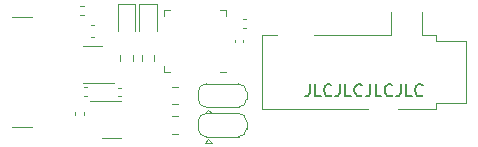
<source format=gbr>
%TF.GenerationSoftware,KiCad,Pcbnew,8.0.1-8.0.1-1~ubuntu22.04.1*%
%TF.CreationDate,2024-03-29T08:39:18+01:00*%
%TF.ProjectId,usb2mid,75736232-6d69-4642-9e6b-696361645f70,rev?*%
%TF.SameCoordinates,Original*%
%TF.FileFunction,Legend,Top*%
%TF.FilePolarity,Positive*%
%FSLAX46Y46*%
G04 Gerber Fmt 4.6, Leading zero omitted, Abs format (unit mm)*
G04 Created by KiCad (PCBNEW 8.0.1-8.0.1-1~ubuntu22.04.1) date 2024-03-29 08:39:18*
%MOMM*%
%LPD*%
G01*
G04 APERTURE LIST*
%ADD10C,0.150000*%
%ADD11C,0.120000*%
G04 APERTURE END LIST*
D10*
X50380951Y-51054819D02*
X50380951Y-51769104D01*
X50380951Y-51769104D02*
X50333332Y-51911961D01*
X50333332Y-51911961D02*
X50238094Y-52007200D01*
X50238094Y-52007200D02*
X50095237Y-52054819D01*
X50095237Y-52054819D02*
X49999999Y-52054819D01*
X51333332Y-52054819D02*
X50857142Y-52054819D01*
X50857142Y-52054819D02*
X50857142Y-51054819D01*
X52238094Y-51959580D02*
X52190475Y-52007200D01*
X52190475Y-52007200D02*
X52047618Y-52054819D01*
X52047618Y-52054819D02*
X51952380Y-52054819D01*
X51952380Y-52054819D02*
X51809523Y-52007200D01*
X51809523Y-52007200D02*
X51714285Y-51911961D01*
X51714285Y-51911961D02*
X51666666Y-51816723D01*
X51666666Y-51816723D02*
X51619047Y-51626247D01*
X51619047Y-51626247D02*
X51619047Y-51483390D01*
X51619047Y-51483390D02*
X51666666Y-51292914D01*
X51666666Y-51292914D02*
X51714285Y-51197676D01*
X51714285Y-51197676D02*
X51809523Y-51102438D01*
X51809523Y-51102438D02*
X51952380Y-51054819D01*
X51952380Y-51054819D02*
X52047618Y-51054819D01*
X52047618Y-51054819D02*
X52190475Y-51102438D01*
X52190475Y-51102438D02*
X52238094Y-51150057D01*
X52952380Y-51054819D02*
X52952380Y-51769104D01*
X52952380Y-51769104D02*
X52904761Y-51911961D01*
X52904761Y-51911961D02*
X52809523Y-52007200D01*
X52809523Y-52007200D02*
X52666666Y-52054819D01*
X52666666Y-52054819D02*
X52571428Y-52054819D01*
X53904761Y-52054819D02*
X53428571Y-52054819D01*
X53428571Y-52054819D02*
X53428571Y-51054819D01*
X54809523Y-51959580D02*
X54761904Y-52007200D01*
X54761904Y-52007200D02*
X54619047Y-52054819D01*
X54619047Y-52054819D02*
X54523809Y-52054819D01*
X54523809Y-52054819D02*
X54380952Y-52007200D01*
X54380952Y-52007200D02*
X54285714Y-51911961D01*
X54285714Y-51911961D02*
X54238095Y-51816723D01*
X54238095Y-51816723D02*
X54190476Y-51626247D01*
X54190476Y-51626247D02*
X54190476Y-51483390D01*
X54190476Y-51483390D02*
X54238095Y-51292914D01*
X54238095Y-51292914D02*
X54285714Y-51197676D01*
X54285714Y-51197676D02*
X54380952Y-51102438D01*
X54380952Y-51102438D02*
X54523809Y-51054819D01*
X54523809Y-51054819D02*
X54619047Y-51054819D01*
X54619047Y-51054819D02*
X54761904Y-51102438D01*
X54761904Y-51102438D02*
X54809523Y-51150057D01*
X55523809Y-51054819D02*
X55523809Y-51769104D01*
X55523809Y-51769104D02*
X55476190Y-51911961D01*
X55476190Y-51911961D02*
X55380952Y-52007200D01*
X55380952Y-52007200D02*
X55238095Y-52054819D01*
X55238095Y-52054819D02*
X55142857Y-52054819D01*
X56476190Y-52054819D02*
X56000000Y-52054819D01*
X56000000Y-52054819D02*
X56000000Y-51054819D01*
X57380952Y-51959580D02*
X57333333Y-52007200D01*
X57333333Y-52007200D02*
X57190476Y-52054819D01*
X57190476Y-52054819D02*
X57095238Y-52054819D01*
X57095238Y-52054819D02*
X56952381Y-52007200D01*
X56952381Y-52007200D02*
X56857143Y-51911961D01*
X56857143Y-51911961D02*
X56809524Y-51816723D01*
X56809524Y-51816723D02*
X56761905Y-51626247D01*
X56761905Y-51626247D02*
X56761905Y-51483390D01*
X56761905Y-51483390D02*
X56809524Y-51292914D01*
X56809524Y-51292914D02*
X56857143Y-51197676D01*
X56857143Y-51197676D02*
X56952381Y-51102438D01*
X56952381Y-51102438D02*
X57095238Y-51054819D01*
X57095238Y-51054819D02*
X57190476Y-51054819D01*
X57190476Y-51054819D02*
X57333333Y-51102438D01*
X57333333Y-51102438D02*
X57380952Y-51150057D01*
X58095238Y-51054819D02*
X58095238Y-51769104D01*
X58095238Y-51769104D02*
X58047619Y-51911961D01*
X58047619Y-51911961D02*
X57952381Y-52007200D01*
X57952381Y-52007200D02*
X57809524Y-52054819D01*
X57809524Y-52054819D02*
X57714286Y-52054819D01*
X59047619Y-52054819D02*
X58571429Y-52054819D01*
X58571429Y-52054819D02*
X58571429Y-51054819D01*
X59952381Y-51959580D02*
X59904762Y-52007200D01*
X59904762Y-52007200D02*
X59761905Y-52054819D01*
X59761905Y-52054819D02*
X59666667Y-52054819D01*
X59666667Y-52054819D02*
X59523810Y-52007200D01*
X59523810Y-52007200D02*
X59428572Y-51911961D01*
X59428572Y-51911961D02*
X59380953Y-51816723D01*
X59380953Y-51816723D02*
X59333334Y-51626247D01*
X59333334Y-51626247D02*
X59333334Y-51483390D01*
X59333334Y-51483390D02*
X59380953Y-51292914D01*
X59380953Y-51292914D02*
X59428572Y-51197676D01*
X59428572Y-51197676D02*
X59523810Y-51102438D01*
X59523810Y-51102438D02*
X59666667Y-51054819D01*
X59666667Y-51054819D02*
X59761905Y-51054819D01*
X59761905Y-51054819D02*
X59904762Y-51102438D01*
X59904762Y-51102438D02*
X59952381Y-51150057D01*
D11*
%TO.C,JP1*%
X40950000Y-52300000D02*
X40950000Y-51700000D01*
X41500000Y-53500000D02*
X42100000Y-53500000D01*
X41600000Y-51000000D02*
X44400000Y-51000000D01*
X41800000Y-53200000D02*
X41500000Y-53500000D01*
X41800000Y-53200000D02*
X42100000Y-53500000D01*
X44400000Y-53000000D02*
X41600000Y-53000000D01*
X45050000Y-51700000D02*
X45050000Y-52300000D01*
X40950000Y-51700000D02*
G75*
G02*
X41650000Y-51000000I699999J1D01*
G01*
X41650000Y-53000000D02*
G75*
G02*
X40950000Y-52300000I-1J699999D01*
G01*
X44350000Y-51000000D02*
G75*
G02*
X45050000Y-51700000I0J-700000D01*
G01*
X45050000Y-52300000D02*
G75*
G02*
X44350000Y-53000000I-700000J0D01*
G01*
%TO.C,J1*%
X25200000Y-45330000D02*
X26900000Y-45330000D01*
X25200000Y-54670000D02*
X26900000Y-54670000D01*
%TO.C,C3*%
X30540000Y-53392164D02*
X30540000Y-53607836D01*
X31260000Y-53392164D02*
X31260000Y-53607836D01*
%TO.C,C4*%
X34407836Y-51340000D02*
X34192164Y-51340000D01*
X34407836Y-52060000D02*
X34192164Y-52060000D01*
%TO.C,C1*%
X44040000Y-47507836D02*
X44040000Y-47292164D01*
X44760000Y-47507836D02*
X44760000Y-47292164D01*
%TO.C,D1*%
X34165000Y-44215000D02*
X34165000Y-46500000D01*
X35635000Y-44215000D02*
X34165000Y-44215000D01*
X35635000Y-46500000D02*
X35635000Y-44215000D01*
%TO.C,U3*%
X33600000Y-52440000D02*
X31800000Y-52440000D01*
X33600000Y-52440000D02*
X34400000Y-52440000D01*
X33600000Y-55560000D02*
X32800000Y-55560000D01*
X33600000Y-55560000D02*
X34400000Y-55560000D01*
%TO.C,R6*%
X36177500Y-48562742D02*
X36177500Y-49037258D01*
X37222500Y-48562742D02*
X37222500Y-49037258D01*
%TO.C,R4*%
X38772936Y-51265000D02*
X39227064Y-51265000D01*
X38772936Y-52735000D02*
X39227064Y-52735000D01*
%TO.C,J2*%
X46400000Y-46900000D02*
X47600000Y-46900000D01*
X46400000Y-53100000D02*
X46400000Y-46900000D01*
X50800000Y-46900000D02*
X57300000Y-46900000D01*
X55300000Y-53100000D02*
X46400000Y-53100000D01*
X57300000Y-46900000D02*
X57300000Y-44900000D01*
X59900000Y-46900000D02*
X59900000Y-44900000D01*
X59900000Y-46900000D02*
X61100000Y-46900000D01*
X61100000Y-46900000D02*
X61100000Y-47400000D01*
X61100000Y-47400000D02*
X63600000Y-47400000D01*
X61100000Y-52600000D02*
X61100000Y-53100000D01*
X61100000Y-53100000D02*
X57900000Y-53100000D01*
X63600000Y-47400000D02*
X63600000Y-52600000D01*
X63600000Y-52600000D02*
X61100000Y-52600000D01*
%TO.C,C7*%
X31859420Y-45990000D02*
X32140580Y-45990000D01*
X31859420Y-47010000D02*
X32140580Y-47010000D01*
%TO.C,D2*%
X35965000Y-44215000D02*
X35965000Y-46500000D01*
X37435000Y-44215000D02*
X35965000Y-44215000D01*
X37435000Y-46500000D02*
X37435000Y-44215000D01*
%TO.C,C5*%
X44792164Y-45540000D02*
X45007836Y-45540000D01*
X44792164Y-46260000D02*
X45007836Y-46260000D01*
%TO.C,JP2*%
X40950000Y-54800000D02*
X40950000Y-54200000D01*
X41500000Y-56000000D02*
X42100000Y-56000000D01*
X41600000Y-53500000D02*
X44400000Y-53500000D01*
X41800000Y-55700000D02*
X41500000Y-56000000D01*
X41800000Y-55700000D02*
X42100000Y-56000000D01*
X44400000Y-55500000D02*
X41600000Y-55500000D01*
X45050000Y-54200000D02*
X45050000Y-54800000D01*
X40950000Y-54200000D02*
G75*
G02*
X41650000Y-53500000I699999J1D01*
G01*
X41650000Y-55500000D02*
G75*
G02*
X40950000Y-54800000I-1J699999D01*
G01*
X44350000Y-53500000D02*
G75*
G02*
X45050000Y-54200000I0J-700000D01*
G01*
X45050000Y-54800000D02*
G75*
G02*
X44350000Y-55500000I-700000J0D01*
G01*
%TO.C,U1*%
X38090000Y-44790000D02*
X38090000Y-45265000D01*
X38090000Y-50010000D02*
X38090000Y-49535000D01*
X38565000Y-44790000D02*
X38090000Y-44790000D01*
X38565000Y-50010000D02*
X38090000Y-50010000D01*
X42835000Y-44790000D02*
X43310000Y-44790000D01*
X42835000Y-50010000D02*
X43310000Y-50010000D01*
X43310000Y-44790000D02*
X43310000Y-45265000D01*
%TO.C,U2*%
X32000000Y-47840000D02*
X31200000Y-47840000D01*
X32000000Y-47840000D02*
X32800000Y-47840000D01*
X32000000Y-50960000D02*
X31200000Y-50960000D01*
X32000000Y-50960000D02*
X33800000Y-50960000D01*
%TO.C,R5*%
X34377500Y-48562742D02*
X34377500Y-49037258D01*
X35422500Y-48562742D02*
X35422500Y-49037258D01*
%TO.C,R2*%
X31246359Y-51320000D02*
X31553641Y-51320000D01*
X31246359Y-52080000D02*
X31553641Y-52080000D01*
%TO.C,R1*%
X30946359Y-44420000D02*
X31253641Y-44420000D01*
X30946359Y-45180000D02*
X31253641Y-45180000D01*
%TO.C,R3*%
X38772936Y-53765000D02*
X39227064Y-53765000D01*
X38772936Y-55235000D02*
X39227064Y-55235000D01*
%TD*%
M02*

</source>
